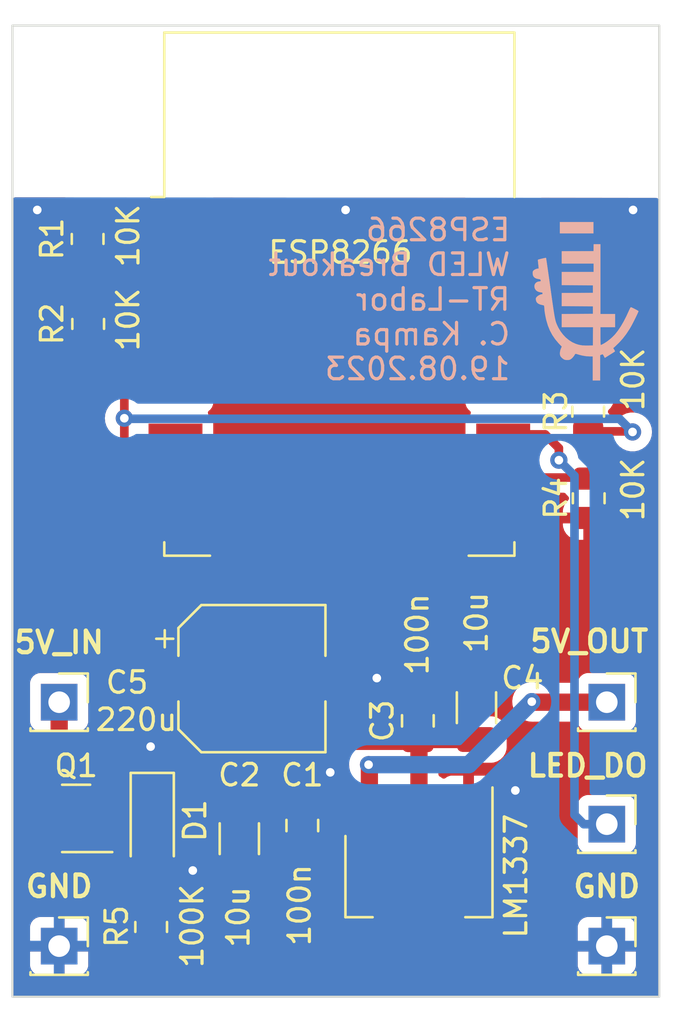
<source format=kicad_pcb>
(kicad_pcb (version 20221018) (generator pcbnew)
  (layers (0 "F.Cu" signal) (31 "B.Cu" signal) (34 "B.Paste" user) (35 "F.Paste" user) (36 "B.SilkS" user "B.Silkscreen") (37 "F.SilkS" user "F.Silkscreen") (38 "B.Mask" user) (39 "F.Mask" user) (44 "Edge.Cuts" user))
  (net 0 "")
  (net 1 "+5V")
  (net 2 "GND")
  (net 3 "Net-(U1-VCC)")
  (net 4 "Net-(D1-A)")
  (net 5 "Net-(J1-Pin_1)")
  (net 6 "Net-(J4-Pin_1)")
  (net 7 "Net-(U1-~{RST})")
  (net 8 "Net-(U1-EN)")
  (net 9 "Net-(U1-GPIO0)")
  (net 10 "Net-(U1-GPIO15)")
  (footprint "Package_TO_SOT_SMD:SOT-223-3_TabPin2" (layer "F.Cu") (at 101.854 92.4052 -90)
    (fp_text reference "LM1337" (at 0 -4.5 90) (layer "F.SilkS"))
    (fp_text value "LT1117-3.3")
    (fp_line (start -4.1 -3.41) (end 1.91 -3.41) (stroke (width 0.12)) (layer "F.SilkS"))
    (fp_line (start -1.85 3.41) (end 1.91 3.41) (stroke (width 0.12)) (layer "F.SilkS"))
    (fp_line (start 1.91 -3.41) (end 1.91 -2.15) (stroke (width 0.12)) (layer "F.SilkS"))
    (fp_line (start 1.91 3.41) (end 1.91 2.15) (stroke (width 0.12)) (layer "F.SilkS"))
    (pad "1" smd rect (at -3.15 -2.3 270) (size 2 1.5) (layers "F.Cu" "F.Paste" "F.Mask") (net 2 "GND"))
    (pad "2" smd rect (at -3.15 0 270) (size 2 1.5) (layers "F.Cu" "F.Paste" "F.Mask") (net 3 "Net-(U1-VCC)"))
    (pad "2" smd rect (at 3.15 0 270) (size 2 3.8) (layers "F.Cu" "F.Paste" "F.Mask") (net 3 "Net-(U1-VCC)"))
    (pad "3" smd rect (at -3.15 2.3 270) (size 2 1.5) (layers "F.Cu" "F.Paste" "F.Mask") (net 1 "+5V"))
  )
  (footprint "Resistor_SMD:R_0805_2012Metric" (layer "F.Cu") (at 109.7026 70.8914 90)
    (fp_text reference "R3" (at 0 -1.4986 90) (layer "F.SilkS"))
    (fp_text value "10k")
    (fp_line (start -0.227064 -0.735) (end 0.227064 -0.735) (stroke (width 0.12)) (layer "F.SilkS"))
    (fp_line (start -0.227064 0.735) (end 0.227064 0.735) (stroke (width 0.12)) (layer "F.SilkS"))
    (pad "1" smd roundrect (at -0.9125 0 90) (size 1.025 1.4) (layers "F.Cu" "F.Paste" "F.Mask") (roundrect_rratio 0.243902) (net 3 "Net-(U1-VCC)"))
    (pad "2" smd roundrect (at 0.9125 0 90) (size 1.025 1.4) (layers "F.Cu" "F.Paste" "F.Mask") (roundrect_rratio 0.243902) (net 9 "Net-(U1-GPIO0)"))
  )
  (footprint "Resistor_SMD:R_0805_2012Metric" (layer "F.Cu") (at 86.487 62.8885 90)
    (fp_text reference "R1" (at 0 -1.65 90) (layer "F.SilkS"))
    (fp_text value "10k")
    (fp_line (start -0.227064 -0.735) (end 0.227064 -0.735) (stroke (width 0.12)) (layer "F.SilkS"))
    (fp_line (start -0.227064 0.735) (end 0.227064 0.735) (stroke (width 0.12)) (layer "F.SilkS"))
    (pad "1" smd roundrect (at -0.9125 0 90) (size 1.025 1.4) (layers "F.Cu" "F.Paste" "F.Mask") (roundrect_rratio 0.243902) (net 3 "Net-(U1-VCC)"))
    (pad "2" smd roundrect (at 0.9125 0 90) (size 1.025 1.4) (layers "F.Cu" "F.Paste" "F.Mask") (roundrect_rratio 0.243902) (net 7 "Net-(U1-~{RST})"))
  )
  (footprint "Capacitor_SMD:C_1206_3216Metric" (layer "F.Cu") (at 104.521 84.6074 90)
    (fp_text reference "C4" (at 1.3716 2.1336 180) (layer "F.SilkS"))
    (fp_text value "10u")
    (fp_line (start -0.711252 -0.91) (end 0.711252 -0.91) (stroke (width 0.12)) (layer "F.SilkS"))
    (fp_line (start -0.711252 0.91) (end 0.711252 0.91) (stroke (width 0.12)) (layer "F.SilkS"))
    (pad "1" smd roundrect (at -1.475 0 90) (size 1.15 1.8) (layers "F.Cu" "F.Paste" "F.Mask") (roundrect_rratio 0.217391) (net 3 "Net-(U1-VCC)"))
    (pad "2" smd roundrect (at 1.475 0 90) (size 1.15 1.8) (layers "F.Cu" "F.Paste" "F.Mask") (roundrect_rratio 0.217391) (net 2 "GND"))
  )
  (footprint "Capacitor_SMD:CP_Elec_6.3x7.7" (layer "F.Cu") (at 94.107 83.2612)
    (fp_text reference "C5" (at -5.7912 0.1778) (layer "F.SilkS"))
    (fp_text value "330u")
    (fp_line (start -4.4375 -1.8475) (end -3.65 -1.8475) (stroke (width 0.12)) (layer "F.SilkS"))
    (fp_line (start -4.04375 -2.24125) (end -4.04375 -1.45375) (stroke (width 0.12)) (layer "F.SilkS"))
    (fp_line (start -3.41 -2.345563) (end -3.41 -1.06) (stroke (width 0.12)) (layer "F.SilkS"))
    (fp_line (start -3.41 -2.345563) (end -2.345563 -3.41) (stroke (width 0.12)) (layer "F.SilkS"))
    (fp_line (start -3.41 2.345563) (end -3.41 1.06) (stroke (width 0.12)) (layer "F.SilkS"))
    (fp_line (start -3.41 2.345563) (end -2.345563 3.41) (stroke (width 0.12)) (layer "F.SilkS"))
    (fp_line (start -2.345563 -3.41) (end 3.41 -3.41) (stroke (width 0.12)) (layer "F.SilkS"))
    (fp_line (start -2.345563 3.41) (end 3.41 3.41) (stroke (width 0.12)) (layer "F.SilkS"))
    (fp_line (start 3.41 -3.41) (end 3.41 -1.06) (stroke (width 0.12)) (layer "F.SilkS"))
    (fp_line (start 3.41 3.41) (end 3.41 1.06) (stroke (width 0.12)) (layer "F.SilkS"))
    (pad "1" smd roundrect (at -2.7 0) (size 3.5 1.6) (layers "F.Cu" "F.Paste" "F.Mask") (roundrect_rratio 0.15625) (net 3 "Net-(U1-VCC)"))
    (pad "2" smd roundrect (at 2.7 0) (size 3.5 1.6) (layers "F.Cu" "F.Paste" "F.Mask") (roundrect_rratio 0.15625) (net 2 "GND"))
  )
  (footprint "Capacitor_SMD:C_1206_3216Metric" (layer "F.Cu") (at 93.5228 90.678 -90)
    (fp_text reference "C2" (at -2.9464 0 -180) (layer "F.SilkS"))
    (fp_text value "10u")
    (fp_line (start -0.711252 -0.91) (end 0.711252 -0.91) (stroke (width 0.12)) (layer "F.SilkS"))
    (fp_line (start -0.711252 0.91) (end 0.711252 0.91) (stroke (width 0.12)) (layer "F.SilkS"))
    (pad "1" smd roundrect (at -1.475 0 270) (size 1.15 1.8) (layers "F.Cu" "F.Paste" "F.Mask") (roundrect_rratio 0.217391) (net 1 "+5V"))
    (pad "2" smd roundrect (at 1.475 0 270) (size 1.15 1.8) (layers "F.Cu" "F.Paste" "F.Mask") (roundrect_rratio 0.217391) (net 2 "GND"))
  )
  (footprint "Connector_PinSocket_2.54mm:PinSocket_1x01_P2.54mm_Vertical" (layer "F.Cu") (at 110.5662 84.3534)
    (fp_text reference "5V_OUT" (at -0.8128 -2.8194) (layer "F.SilkS") (effects (font (thickness 0.2) bold)))
    (fp_text value "5V")
    (fp_line (start -1.33 1.21) (end -1.33 1.33) (stroke (width 0.12)) (layer "F.SilkS"))
    (fp_line (start -1.33 1.33) (end 1.33 1.33) (stroke (width 0.12)) (layer "F.SilkS"))
    (fp_line (start 0 -1.33) (end 1.33 -1.33) (stroke (width 0.12)) (layer "F.SilkS"))
    (fp_line (start 1.33 -1.33) (end 1.33 0) (stroke (width 0.12)) (layer "F.SilkS"))
    (fp_line (start 1.33 1.21) (end 1.33 1.33) (stroke (width 0.12)) (layer "F.SilkS"))
    (pad "1" thru_hole rect (at 0 0) (size 1.7 1.7) (drill 1) (layers "*.Cu" "*.Mask") (net 1 "+5V"))
  )
  (footprint "Connector_PinSocket_2.54mm:PinSocket_1x01_P2.54mm_Vertical" (layer "F.Cu") (at 85.1662 95.6564)
    (fp_text reference "GND" (at 0 -2.77) (layer "F.SilkS") (effects (font (thickness 0.2) bold)))
    (fp_text value "Ground")
    (fp_line (start -1.33 1.21) (end -1.33 1.33) (stroke (width 0.12)) (layer "F.SilkS"))
    (fp_line (start -1.33 1.33) (end 1.33 1.33) (stroke (width 0.12)) (layer "F.SilkS"))
    (fp_line (start 0 -1.33) (end 1.33 -1.33) (stroke (width 0.12)) (layer "F.SilkS"))
    (fp_line (start 1.33 -1.33) (end 1.33 0) (stroke (width 0.12)) (layer "F.SilkS"))
    (fp_line (start 1.33 1.21) (end 1.33 1.33) (stroke (width 0.12)) (layer "F.SilkS"))
    (pad "1" thru_hole rect (at 0 0) (size 1.7 1.7) (drill 1) (layers "*.Cu" "*.Mask") (net 2 "GND"))
  )
  (footprint "RF_Module:ESP-12E" (layer "F.Cu") (at 98.1616 65.4446)
    (fp_text reference "ESP8266" (at 0.0502 -1.9314) (layer "F.SilkS"))
    (fp_text value "ESP-12F")
    (fp_line (start -8.12 -12.12) (end 8.12 -12.12) (stroke (width 0.12)) (layer "F.SilkS"))
    (fp_line (start -8.12 -4.5) (end -8.73 -4.5) (stroke (width 0.12)) (layer "F.SilkS"))
    (fp_line (start -8.12 -4.5) (end -8.12 -12.12) (stroke (width 0.12)) (layer "F.SilkS"))
    (fp_line (start -8.12 12.12) (end -8.12 11.5) (stroke (width 0.12)) (layer "F.SilkS"))
    (fp_line (start -6 12.12) (end -8.12 12.12) (stroke (width 0.12)) (layer "F.SilkS"))
    (fp_line (start 8.12 -12.12) (end 8.12 -4.5) (stroke (width 0.12)) (layer "F.SilkS"))
    (fp_line (start 8.12 11.5) (end 8.12 12.12) (stroke (width 0.12)) (layer "F.SilkS"))
    (fp_line (start 8.12 12.12) (end 6 12.12) (stroke (width 0.12)) (layer "F.SilkS"))
    (pad "1" smd rect (at -7.6 -3.5) (size 2.5 1) (layers "F.Cu" "F.Paste" "F.Mask") (net 7 "Net-(U1-~{RST})"))
    (pad "2" smd rect (at -7.6 -1.5) (size 2.5 1) (layers "F.Cu" "F.Paste" "F.Mask"))
    (pad "3" smd rect (at -7.6 0.5) (size 2.5 1) (layers "F.Cu" "F.Paste" "F.Mask") (net 8 "Net-(U1-EN)"))
    (pad "4" smd rect (at -7.6 2.5) (size 2.5 1) (layers "F.Cu" "F.Paste" "F.Mask"))
    (pad "5" smd rect (at -7.6 4.5) (size 2.5 1) (layers "F.Cu" "F.Paste" "F.Mask"))
    (pad "6" smd rect (at -7.6 6.5) (size 2.5 1) (layers "F.Cu" "F.Paste" "F.Mask"))
    (pad "7" smd rect (at -7.6 8.5) (size 2.5 1) (layers "F.Cu" "F.Paste" "F.Mask"))
    (pad "8" smd rect (at -7.6 10.5) (size 2.5 1) (layers "F.Cu" "F.Paste" "F.Mask") (net 3 "Net-(U1-VCC)"))
    (pad "9" smd rect (at -5 12) (size 1 1.8) (layers "F.Cu" "F.Paste" "F.Mask"))
    (pad "10" smd rect (at -3 12) (size 1 1.8) (layers "F.Cu" "F.Paste" "F.Mask"))
    (pad "11" smd rect (at -1 12) (size 1 1.8) (layers "F.Cu" "F.Paste" "F.Mask"))
    (pad "12" smd rect (at 1 12) (size 1 1.8) (layers "F.Cu" "F.Paste" "F.Mask"))
    (pad "13" smd rect (at 3 12) (size 1 1.8) (layers "F.Cu" "F.Paste" "F.Mask"))
    (pad "14" smd rect (at 5 12) (size 1 1.8) (layers "F.Cu" "F.Paste" "F.Mask"))
    (pad "15" smd rect (at 7.6 10.5) (size 2.5 1) (layers "F.Cu" "F.Paste" "F.Mask") (net 2 "GND"))
    (pad "16" smd rect (at 7.6 8.5) (size 2.5 1) (layers "F.Cu" "F.Paste" "F.Mask") (net 10 "Net-(U1-GPIO15)"))
    (pad "17" smd rect (at 7.6 6.5) (size 2.5 1) (layers "F.Cu" "F.Paste" "F.Mask") (net 6 "Net-(J4-Pin_1)"))
    (pad "18" smd rect (at 7.6 4.5) (size 2.5 1) (layers "F.Cu" "F.Paste" "F.Mask") (net 9 "Net-(U1-GPIO0)"))
    (pad "19" smd rect (at 7.6 2.5) (size 2.5 1) (layers "F.Cu" "F.Paste" "F.Mask"))
    (pad "20" smd rect (at 7.6 0.5) (size 2.5 1) (layers "F.Cu" "F.Paste" "F.Mask"))
    (pad "21" smd rect (at 7.6 -1.5) (size 2.5 1) (layers "F.Cu" "F.Paste" "F.Mask"))
    (pad "22" smd rect (at 7.6 -3.5) (size 2.5 1) (layers "F.Cu" "F.Paste" "F.Mask"))
    (zone (net 0) (net_name "") (layers "*.Cu") (connect_pads (clearance 0)) (min_thickness 0.254)
      (keepout (tracks not_allowed) (vias not_allowed) (pads not_allowed) (copperpour not_allowed) (footprints not_allowed))
      (fill (thermal_gap 0.508) (thermal_bridge_width 0.508))
      (polygon (pts (xy 90.0416 60.6446) (xy 106.2816 60.6446) (xy 106.2816 53.3246) (xy 90.0416 53.3246)))
    )
  )
  (footprint "Connector_PinSocket_2.54mm:PinSocket_1x01_P2.54mm_Vertical" (layer "F.Cu") (at 110.5662 95.6564)
    (fp_text reference "GND" (at 0 -2.77) (layer "F.SilkS") (effects (font (thickness 0.2) bold)))
    (fp_text value "Ground")
    (fp_line (start -1.33 1.21) (end -1.33 1.33) (stroke (width 0.12)) (layer "F.SilkS"))
    (fp_line (start -1.33 1.33) (end 1.33 1.33) (stroke (width 0.12)) (layer "F.SilkS"))
    (fp_line (start 0 -1.33) (end 1.33 -1.33) (stroke (width 0.12)) (layer "F.SilkS"))
    (fp_line (start 1.33 -1.33) (end 1.33 0) (stroke (width 0.12)) (layer "F.SilkS"))
    (fp_line (start 1.33 1.21) (end 1.33 1.33) (stroke (width 0.12)) (layer "F.SilkS"))
    (pad "1" thru_hole rect (at 0 0) (size 1.7 1.7) (drill 1) (layers "*.Cu" "*.Mask") (net 2 "GND"))
  )
  (footprint "Resistor_SMD:R_0805_2012Metric" (layer "F.Cu") (at 89.4334 94.7674 -90)
    (fp_text reference "R5" (at -0.0254 1.6002 90) (layer "F.SilkS"))
    (fp_text value "100k")
    (fp_line (start -0.227064 -0.735) (end 0.227064 -0.735) (stroke (width 0.12)) (layer "F.SilkS"))
    (fp_line (start -0.227064 0.735) (end 0.227064 0.735) (stroke (width 0.12)) (layer "F.SilkS"))
    (pad "1" smd roundrect (at -0.9125 0 270) (size 1.025 1.4) (layers "F.Cu" "F.Paste" "F.Mask") (roundrect_rratio 0.243902) (net 4 "Net-(D1-A)"))
    (pad "2" smd roundrect (at 0.9125 0 270) (size 1.025 1.4) (layers "F.Cu" "F.Paste" "F.Mask") (roundrect_rratio 0.243902) (net 2 "GND"))
  )
  (footprint "Connector_PinSocket_2.54mm:PinSocket_1x01_P2.54mm_Vertical" (layer "F.Cu") (at 110.5662 90.0049)
    (fp_text reference "LED_DO" (at -0.889 -2.7051) (layer "F.SilkS") (effects (font (thickness 0.2) bold)))
    (fp_text value "LED_DATA")
    (fp_line (start -1.33 1.21) (end -1.33 1.33) (stroke (width 0.12)) (layer "F.SilkS"))
    (fp_line (start -1.33 1.33) (end 1.33 1.33) (stroke (width 0.12)) (layer "F.SilkS"))
    (fp_line (start 0 -1.33) (end 1.33 -1.33) (stroke (width 0.12)) (layer "F.SilkS"))
    (fp_line (start 1.33 -1.33) (end 1.33 0) (stroke (width 0.12)) (layer "F.SilkS"))
    (fp_line (start 1.33 1.21) (end 1.33 1.33) (stroke (width 0.12)) (layer "F.SilkS"))
    (pad "1" thru_hole rect (at 0 0) (size 1.7 1.7) (drill 1) (layers "*.Cu" "*.Mask") (net 6 "Net-(J4-Pin_1)"))
  )
  (footprint "Resistor_SMD:R_0805_2012Metric" (layer "F.Cu") (at 86.5124 66.8255 90)
    (fp_text reference "R2" (at 0 -1.6754 90) (layer "F.SilkS"))
    (fp_text value "10k")
    (fp_line (start -0.227064 -0.735) (end 0.227064 -0.735) (stroke (width 0.12)) (layer "F.SilkS"))
    (fp_line (start -0.227064 0.735) (end 0.227064 0.735) (stroke (width 0.12)) (layer "F.SilkS"))
    (pad "1" smd roundrect (at -0.9125 0 90) (size 1.025 1.4) (layers "F.Cu" "F.Paste" "F.Mask") (roundrect_rratio 0.243902) (net 3 "Net-(U1-VCC)"))
    (pad "2" smd roundrect (at 0.9125 0 90) (size 1.025 1.4) (layers "F.Cu" "F.Paste" "F.Mask") (roundrect_rratio 0.243902) (net 8 "Net-(U1-EN)"))
  )
  (footprint "Capacitor_SMD:C_0805_2012Metric" (layer "F.Cu") (at 101.8032 85.217 90)
    (fp_text reference "C3" (at 0 -1.651 90) (layer "F.SilkS"))
    (fp_text value "100nF")
    (fp_line (start -0.261252 -0.735) (end 0.261252 -0.735) (stroke (width 0.12)) (layer "F.SilkS"))
    (fp_line (start -0.261252 0.735) (end 0.261252 0.735) (stroke (width 0.12)) (layer "F.SilkS"))
    (pad "1" smd roundrect (at -0.95 0 90) (size 1 1.45) (layers "F.Cu" "F.Paste" "F.Mask") (net 3 "Net-(U1-VCC)"))
    (pad "2" smd roundrect (at 0.95 0 90) (size 1 1.45) (layers "F.Cu" "F.Paste" "F.Mask") (net 2 "GND"))
  )
  (footprint "Package_TO_SOT_SMD:SOT-23" (layer "F.Cu") (at 85.9536 89.7382 180)
    (fp_text reference "Q1" (at 0 2.4384) (layer "F.SilkS"))
    (fp_text value "FDN340P")
    (fp_line (start 0 -1.56) (end -1.675 -1.56) (stroke (width 0.12)) (layer "F.SilkS"))
    (fp_line (start 0 -1.56) (end 0.65 -1.56) (stroke (width 0.12)) (layer "F.SilkS"))
    (fp_line (start 0 1.56) (end -0.65 1.56) (stroke (width 0.12)) (layer "F.SilkS"))
    (fp_line (start 0 1.56) (end 0.65 1.56) (stroke (width 0.12)) (layer "F.SilkS"))
    (pad "1" smd roundrect (at -0.9375 -0.95 180) (size 1.475 0.6) (layers "F.Cu" "F.Paste" "F.Mask") (net 4 "Net-(D1-A)"))
    (pad "2" smd roundrect (at -0.9375 0.95 180) (size 1.475 0.6) (layers "F.Cu" "F.Paste" "F.Mask") (net 1 "+5V"))
    (pad "3" smd roundrect (at 0.9375 0 180) (size 1.475 0.6) (layers "F.Cu" "F.Paste" "F.Mask") (net 5 "Net-(J1-Pin_1)"))
  )
  (footprint "Diode_SMD:D_SOD-123F" (layer "F.Cu") (at 89.4842 89.8398 -90)
    (fp_text reference "D1" (at 0 -1.9812 90) (layer "F.SilkS"))
    (fp_text value "BZT52C6V8")
    (fp_line (start -2.21 -1) (end -2.21 1) (stroke (width 0.12)) (layer "F.SilkS"))
    (fp_line (start -2.21 -1) (end 1.65 -1) (stroke (width 0.12)) (layer "F.SilkS"))
    (fp_line (start -2.21 1) (end 1.65 1) (stroke (width 0.12)) (layer "F.SilkS"))
    (pad "1" smd roundrect (at -1.4 0 270) (size 1.1 1.1) (layers "F.Cu" "F.Paste" "F.Mask") (roundrect_rratio 0.2272727273) (net 1 "+5V"))
    (pad "2" smd roundrect (at 1.4 0 270) (size 1.1 1.1) (layers "F.Cu" "F.Paste" "F.Mask") (roundrect_rratio 0.2272727273) (net 4 "Net-(D1-A)"))
  )
  (footprint "Resistor_SMD:R_0805_2012Metric" (layer "F.Cu") (at 109.728 74.9046 -90)
    (fp_text reference "R4" (at 0 1.524 90) (layer "F.SilkS"))
    (fp_text value "10k")
    (fp_line (start -0.227064 -0.735) (end 0.227064 -0.735) (stroke (width 0.12)) (layer "F.SilkS"))
    (fp_line (start -0.227064 0.735) (end 0.227064 0.735) (stroke (width 0.12)) (layer "F.SilkS"))
    (pad "1" smd roundrect (at -0.9125 0 270) (size 1.025 1.4) (layers "F.Cu" "F.Paste" "F.Mask") (roundrect_rratio 0.243902) (net 10 "Net-(U1-GPIO15)"))
    (pad "2" smd roundrect (at 0.9125 0 270) (size 1.025 1.4) (layers "F.Cu" "F.Paste" "F.Mask") (roundrect_rratio 0.243902) (net 2 "GND"))
  )
  (footprint "Connector_PinSocket_2.54mm:PinSocket_1x01_P2.54mm_Vertical" (layer "F.Cu") (at 85.1662 84.3534)
    (fp_text reference "5V_IN" (at 0 -2.77) (layer "F.SilkS") (effects (font (thickness 0.2) bold)))
    (fp_text value "5V_In")
    (fp_line (start -1.33 1.21) (end -1.33 1.33) (stroke (width 0.12)) (layer "F.SilkS"))
    (fp_line (start -1.33 1.33) (end 1.33 1.33) (stroke (width 0.12)) (layer "F.SilkS"))
    (fp_line (start 0 -1.33) (end 1.33 -1.33) (stroke (width 0.12)) (layer "F.SilkS"))
    (fp_line (start 1.33 -1.33) (end 1.33 0) (stroke (width 0.12)) (layer "F.SilkS"))
    (fp_line (start 1.33 1.21) (end 1.33 1.33) (stroke (width 0.12)) (layer "F.SilkS"))
    (pad "1" thru_hole rect (at 0 0) (size 1.7 1.7) (drill 1) (layers "*.Cu" "*.Mask") (net 5 "Net-(J1-Pin_1)"))
  )
  (footprint "Capacitor_SMD:C_0805_2012Metric" (layer "F.Cu") (at 96.4438 90.0684 -90)
    (fp_text reference "C1" (at -2.3368 0 -180) (layer "F.SilkS"))
    (fp_text value "100nF")
    (fp_line (start -0.261252 -0.735) (end 0.261252 -0.735) (stroke (width 0.12)) (layer "F.SilkS"))
    (fp_line (start -0.261252 0.735) (end 0.261252 0.735) (stroke (width 0.12)) (layer "F.SilkS"))
    (pad "1" smd roundrect (at -0.95 0 270) (size 1 1.45) (layers "F.Cu" "F.Paste" "F.Mask") (net 1 "+5V"))
    (pad "2" smd roundrect (at 0.95 0 270) (size 1 1.45) (layers "F.Cu" "F.Paste" "F.Mask") (net 2 "GND"))
  )
  (footprint "Logo:FH-LogoSilk" (layer "B.Cu") (at 109.5502 65.7606 180)
    (fp_text reference "G***" hide)
    (fp_text value "LOGO" hide)
    (fp_poly (pts (xy 1.157111 3.132667) (xy -0.395111 3.132667) (xy -0.395111 3.654778) (xy 1.157111 3.654778) (xy 1.157111 3.132667)) (stroke (width 0.01)) (fill solid) (layer "B.SilkS"))
    (fp_poly (pts (xy -0.406157 2.465917) (xy -0.402167 2.307167) (xy 0.335139 2.303514) (xy 1.072445 2.29986) (xy 1.072445 1.735667) (xy -0.409222 1.735667) (xy -0.409222 1.340556) (xy 1.072445 1.340556) (xy 1.072445 0.734035) (xy 0.34925 0.730379) (xy -0.373944 0.726723) (xy -0.373944 0.373945) (xy 0.34925 0.370289) (xy 1.072445 0.366633) (xy 1.072445 -0.239632) (xy 0.34925 -0.243288) (xy -0.373944 -0.246944) (xy -0.373944 -0.599722) (xy 0.34925 -0.603378) (xy 1.072445 -0.607034) (xy 1.072445 -1.213555) (xy -0.381414 -1.213555) (xy -0.373944 -2.067277) (xy -0.149119 -2.071176) (xy -0.011425 -2.070856) (xy 0.106358 -2.063943) (xy 0.212005 -2.049323) (xy 0.31329 -2.025884) (xy 0.417986 -1.992514) (xy 0.4296 -1.98835) (xy 0.587547 -1.916958) (xy 0.739857 -1.820318) (xy 0.883623 -1.701272) (xy 1.015938 -1.562662) (xy 1.133894 -1.407331) (xy 1.234584 -1.23812) (xy 1.269195 -1.167575) (xy 1.288534 -1.125412) (xy 1.305988 -1.086037) (xy 1.321902 -1.047613) (xy 1.336622 -1.008307) (xy 1.350494 -0.966285) (xy 1.363864 -0.919712) (xy 1.377076 -0.866754) (xy 1.390478 -0.805576) (xy 1.404413 -0.734344) (xy 1.419229 -0.651224) (xy 1.43527 -0.554381) (xy 1.452882 -0.44198) (xy 1.472411 -0.312188) (xy 1.494203 -0.16317) (xy 1.518603 0.006908) (xy 1.545957 0.199882) (xy 1.576609 0.417584) (xy 1.602187 0.599723) (xy 1.629525 0.793978) (xy 1.655884 0.980312) (xy 1.68099 1.156826) (xy 1.704566 1.32162) (xy 1.726335 1.472796) (xy 1.746022 1.608454) (xy 1.76335 1.726696) (xy 1.778042 1.825623) (xy 1.789823 1.903335) (xy 1.798417 1.957934) (xy 1.803546 1.987521) (xy 1.804789 1.992442) (xy 1.820389 1.992523) (xy 1.856986 1.986758) (xy 1.908315 1.9766) (xy 1.968112 1.963503) (xy 2.030112 1.948922) (xy 2.088049 1.934311) (xy 2.135661 1.921123) (xy 2.166682 1.910813) (xy 2.174778 1.906562) (xy 2.17633 1.890162) (xy 2.174566 1.851108) (xy 2.169877 1.794723) (xy 2.162651 1.726333) (xy 2.159948 1.70346) (xy 2.151874 1.632625) (xy 2.145959 1.572355) (xy 2.142646 1.527906) (xy 2.142377 1.504534) (xy 2.142994 1.502376) (xy 2.16082 1.497052) (xy 2.180005 1.495778) (xy 2.235512 1.486705) (xy 2.297767 1.463271) (xy 2.353649 1.431161) (xy 2.379217 1.409515) (xy 2.402417 1.381803) (xy 2.414692 1.353814) (xy 2.419342 1.314997) (xy 2.419838 1.279588) (xy 2.408551 1.193223) (xy 2.375056 1.124085) (xy 2.319191 1.072012) (xy 2.240795 1.036839) (xy 2.165377 1.021221) (xy 2.105685 1.010879) (xy 2.06923 0.996798) (xy 2.051032 0.975796) (xy 2.046111 0.944948) (xy 2.049111 0.916405) (xy 2.0639 0.905027) (xy 2.093394 0.903112) (xy 2.176931 0.891372) (xy 2.246004 0.858728) (xy 2.298024 0.809039) (xy 2.330402 0.746167) (xy 2.340549 0.673972) (xy 2.325876 0.596315) (xy 2.315774 0.5715) (xy 2.271678 0.502263) (xy 2.210581 0.451532) (xy 2.129836 0.417666) (xy 2.040097 0.40047) (xy 1.995358 0.394257) (xy 1.971893 0.386293) (xy 1.962868 0.372269) (xy 1.961445 0.350835) (xy 1.967201 0.320385) (xy 1.98005 0.310445) (xy 2.038117 0.300853) (xy 2.104449 0.275349) (xy 2.168257 0.238841) (xy 2.208857 0.206345) (xy 2.244346 0.17015) (xy 2.263286 0.141851) (xy 2.270757 0.111214) (xy 2.271889 0.07933) (xy 2.260103 -0.001369) (xy 2.224508 -0.068069) (xy 2.164746 -0.121102) (xy 2.08046 -0.160798) (xy 1.986077 -0.184894) (xy 1.936245 -0.195026) (xy 1.907489 -0.204996) (xy 1.892974 -0.218799) (xy 1.885861 -0.240429) (xy 1.885158 -0.243847) (xy 1.879474 -0.28712) (xy 1.876806 -0.336666) (xy 1.876778 -0.341391) (xy 1.873403 -0.402223) (xy 1.863997 -0.483837) (xy 1.849634 -0.579705) (xy 1.831392 -0.683297) (xy 1.810345 -0.788083) (xy 1.787571 -0.887534) (xy 1.785202 -0.897088) (xy 1.711958 -1.14335) (xy 1.619504 -1.370543) (xy 1.506158 -1.581716) (xy 1.370238 -1.779916) (xy 1.210065 -1.968194) (xy 1.173513 -2.006425) (xy 1.067801 -2.114906) (xy 1.108261 -2.203981) (xy 1.136795 -2.285825) (xy 1.153032 -2.3737) (xy 1.155921 -2.45787) (xy 1.144411 -2.528604) (xy 1.143577 -2.531195) (xy 1.118341 -2.576753) (xy 1.07519 -2.626133) (xy 1.022154 -2.67205) (xy 0.967262 -2.707218) (xy 0.934661 -2.72078) (xy 0.856595 -2.735338) (xy 0.776521 -2.735322) (xy 0.70541 -2.721174) (xy 0.679665 -2.710522) (xy 0.625189 -2.673252) (xy 0.567299 -2.618037) (xy 0.513628 -2.552903) (xy 0.479364 -2.499947) (xy 0.465043 -2.474085) (xy 0.452828 -2.457118) (xy 0.43761 -2.448819) (xy 0.414277 -2.448959) (xy 0.377721 -2.457311) (xy 0.322831 -2.473646) (xy 0.268111 -2.490522) (xy 0.121282 -2.527691) (xy -0.036492 -2.553929) (xy -0.190783 -2.567048) (xy -0.243417 -2.568139) (xy -0.366889 -2.568222) (xy -0.366889 -3.683) (xy -0.705555 -3.683) (xy -0.705555 -2.510337) (xy -0.754491 -2.489891) (xy -0.791594 -2.476349) (xy -0.819259 -2.469611) (xy -0.822033 -2.469444) (xy -0.837456 -2.48116) (xy -0.859625 -2.511796) (xy -0.882459 -2.5523) (xy -0.924278 -2.635157) (xy -1.152687 -2.492328) (xy -1.224524 -2.447209) (xy -1.288131 -2.406883) (xy -1.339618 -2.373848) (xy -1.375098 -2.350597) (xy -1.390682 -2.339628) (xy -1.390863 -2.339453) (xy -1.389068 -2.323252) (xy -1.374498 -2.291383) (xy -1.355134 -2.258506) (xy -1.309638 -2.187606) (xy -1.392125 -2.113801) (xy -1.584389 -1.929619) (xy -1.757724 -1.737) (xy -1.916686 -1.530271) (xy -2.065827 -1.303759) (xy -2.131798 -1.192388) (xy -2.163273 -1.135731) (xy -2.200664 -1.065479) (xy -2.24203 -0.985588) (xy -2.285431 -0.900013) (xy -2.328925 -0.812711) (xy -2.370573 -0.727636) (xy -2.408433 -0.648745) (xy -2.440566 -0.579992) (xy -2.46503 -0.525335) (xy -2.479886 -0.488727) (xy -2.483556 -0.475369) (xy -2.471686 -0.464074) (xy -2.439795 -0.443788) (xy -2.393456 -0.417407) (xy -2.338244 -0.387828) (xy -2.279733 -0.357947) (xy -2.223497 -0.33066) (xy -2.175112 -0.308865) (xy -2.14015 -0.295457) (xy -2.133906 -0.293692) (xy -2.12039 -0.304302) (xy -2.098834 -0.338682) (xy -2.070815 -0.394066) (xy -2.047917 -0.4445) (xy -1.922508 -0.716757) (xy -1.796758 -0.961242) (xy -1.670401 -1.178402) (xy -1.543168 -1.368687) (xy -1.414791 -1.532547) (xy -1.366896 -1.586623) (xy -1.267918 -1.685902) (xy -1.155773 -1.783973) (xy -1.038823 -1.874127) (xy -0.925432 -1.949653) (xy -0.885405 -1.972907) (xy -0.829604 -2.002992) (xy -0.782085 -2.027081) (xy -0.748728 -2.042281) (xy -0.736465 -2.046111) (xy -0.731342 -2.038742) (xy -0.727271 -2.015217) (xy -0.724166 -1.973406) (xy -0.721943 -1.911179) (xy -0.720515 -1.826405) (xy -0.719795 -1.716956) (xy -0.719667 -1.629833) (xy -0.719667 -1.213555) (xy -1.397 -1.213555) (xy -1.397 -0.606777) (xy -0.719667 -0.606777) (xy -0.719667 2.624667) (xy -0.410146 2.624667) (xy -0.406157 2.465917)) (stroke (width 0.01)) (fill solid) (layer "B.SilkS"))
  )
  (gr_rect (start 83 53) (end 113 98) (stroke (width 0.1)) (fill none) (layer "Edge.Cuts"))
  (gr_text "ESP8266 \nWLED Breakout\nRT-Labor\nC. Kampa\n19.08.2023	" (at 106.172 69.4944) (layer "B.SilkS") (effects (font (size 1 1)) (justify left bottom mirror)))
  (gr_text "10u" (at 94.0562 95.8088 90) (layer "F.SilkS") (effects (font (size 1 1)) (justify left bottom)))
  (gr_text "10K" (at 112.3696 70.9422 90) (layer "F.SilkS") (effects (font (size 1 1)) (justify left bottom)))
  (gr_text "220u" (at 86.7664 85.7504) (layer "F.SilkS") (effects (font (size 1 1)) (justify left bottom)))
  (gr_text "10K" (at 112.3696 76.0476 90) (layer "F.SilkS") (effects (font (size 1 1)) (justify left bottom)))
  (gr_text "10u" (at 105.1052 82.169 90) (layer "F.SilkS") (effects (font (size 1 1)) (justify left bottom)))
  (gr_text "10K" (at 88.9508 64.2874 90) (layer "F.SilkS") (effects (font (size 1 1)) (justify left bottom)))
  (gr_text "100n" (at 96.901 95.7326 90) (layer "F.SilkS") (effects (font (size 1 1)) (justify left bottom)))
  (gr_text "10K" (at 88.9508 68.1736 90) (layer "F.SilkS") (effects (font (size 1 1)) (justify left bottom)))
  (gr_text "100K" (at 91.9226 96.7486 90) (layer "F.SilkS") (effects (font (size 1 1)) (justify left bottom)))
  (gr_text "100n" (at 102.362 83.185 90) (layer "F.SilkS") (effects (font (size 1 1)) (justify left bottom)))
  (segment (start 99.554 87.2858) (end 99.5172 87.249) (width 0.8) (layer "F.Cu") (net 1))
  (segment (start 91.5906 89.203) (end 93.5228 89.203) (width 0.8) (layer "F.Cu") (net 1))
  (segment (start 89.4842 88.4398) (end 90.8274 88.4398) (width 0.8) (layer "F.Cu") (net 1))
  (segment (start 99.554 89.2552) (end 99.554 87.2858) (width 0.8) (layer "F.Cu") (net 1))
  (segment (start 87.7164 88.8136) (end 88.0902 88.4398) (width 0.8) (layer "F.Cu") (net 1))
  (segment (start 107.0864 84.328) (end 107.1118 84.3534) (width 0.8) (layer "F.Cu") (net 1))
  (segment (start 90.8274 88.4398) (end 91.5906 89.203) (width 0.8) (layer "F.Cu") (net 1))
  (segment (start 99.5018 89.203) (end 99.554 89.2552) (width 0.8) (layer "F.Cu") (net 1))
  (segment (start 107.1118 84.3534) (end 110.5662 84.3534) (width 0.8) (layer "F.Cu") (net 1))
  (segment (start 88.0902 88.4398) (end 89.4842 88.4398) (width 0.8) (layer "F.Cu") (net 1))
  (segment (start 93.5228 89.203) (end 99.5018 89.203) (width 0.8) (layer "F.Cu") (net 1))
  (via (at 99.5172 87.249) (size 0.8) (drill 0.4) (layers "F.Cu" "B.Cu") (net 1))
  (via (at 107.0864 84.328) (size 0.8) (drill 0.4) (layers "F.Cu" "B.Cu") (net 1))
  (segment (start 107.0864 84.328) (end 104.1654 87.249) (width 0.8) (layer "B.Cu") (net 1))
  (segment (start 104.1654 87.249) (end 99.5172 87.249) (width 0.8) (layer "B.Cu") (net 1))
  (via (at 99.8982 83.2358) (size 0.8) (drill 0.4) (layers "F.Cu" "B.Cu") (net 2))
  (via (at 91.3638 92.1512) (size 0.8) (drill 0.4) (layers "F.Cu" "B.Cu") (net 2))
  (via (at 89.408 86.4108) (size 0.8) (drill 0.4) (layers "F.Cu" "B.Cu") (net 2))
  (via (at 106.3244 88.4428) (size 0.8) (drill 0.4) (layers "F.Cu" "B.Cu") (net 2))
  (via (at 84.1502 61.5442) (size 0.8) (drill 0.4) (layers "F.Cu" "B.Cu") (net 2))
  (via (at 111.7854 61.5442) (size 0.8) (drill 0.4) (layers "F.Cu" "B.Cu") (net 2))
  (via (at 98.4504 61.5442) (size 0.8) (drill 0.4) (layers "F.Cu" "B.Cu") (net 2))
  (via (at 97.7392 87.6046) (size 0.8) (drill 0.4) (layers "F.Cu" "B.Cu") (net 2))
  (segment (start 91.407 81.3486) (end 91.407 84.9554) (width 0.8) (layer "F.Cu") (net 3))
  (segment (start 90.5616 75.9446) (end 88.5176 75.9446) (width 0.4) (layer "F.Cu") (net 3))
  (segment (start 101.854 89.2552) (end 101.854 86.2178) (width 0.8) (layer "F.Cu") (net 3))
  (segment (start 88.5176 75.9446) (end 88.1888 75.6158) (width 0.4) (layer "F.Cu") (net 3))
  (segment (start 111.7327 71.8039) (end 111.76 71.8312) (width 0.4) (layer "F.Cu") (net 3))
  (segment (start 92.6186 86.167) (end 91.407 84.9554) (width 0.8) (layer "F.Cu") (net 3))
  (segment (start 101.8878 86.0824) (end 101.8032 86.167) (width 0.8) (layer "F.Cu") (net 3))
  (segment (start 84.6544 67.738) (end 84.582 67.6656) (width 0.4) (layer "F.Cu") (net 3))
  (segment (start 88.1888 75.6158) (end 88.1888 68.3006) (width 0.4) (layer "F.Cu") (net 3))
  (segment (start 86.5124 67.738) (end 84.6544 67.738) (width 0.4) (layer "F.Cu") (net 3))
  (segment (start 88.1888 68.3006) (end 87.6262 67.738) (width 0.4) (layer "F.Cu") (net 3))
  (segment (start 109.7026 71.8039) (end 111.7327 71.8039) (width 0.4) (layer "F.Cu") (net 3))
  (segment (start 84.582 64.2874) (end 84.582 67.6656) (width 0.4) (layer "F.Cu") (net 3))
  (segment (start 90.5616 75.9446) (end 90.5616 80.5032) (width 0.8) (layer "F.Cu") (net 3))
  (segment (start 85.0684 63.801) (end 84.582 64.2874) (width 0.4) (layer "F.Cu") (net 3))
  (segment (start 86.487 63.801) (end 85.0684 63.801) (width 0.4) (layer "F.Cu") (net 3))
  (segment (start 101.854 95.5552) (end 101.854 89.2552) (width 0.8) (layer "F.Cu") (net 3))
  (segment (start 101.8032 86.167) (end 92.6186 86.167) (width 0.8) (layer "F.Cu") (net 3))
  (segment (start 104.521 86.0824) (end 101.8878 86.0824) (width 0.8) (layer "F.Cu") (net 3))
  (segment (start 90.5616 80.5032) (end 91.407 81.3486) (width 0.8) (layer "F.Cu") (net 3))
  (segment (start 87.6262 67.738) (end 86.5124 67.738) (width 0.4) (layer "F.Cu") (net 3))
  (segment (start 101.854 86.2178) (end 101.8032 86.167) (width 0.8) (layer "F.Cu") (net 3))
  (via (at 111.76 71.8312) (size 0.8) (drill 0.4) (layers "F.Cu" "B.Cu") (net 3))
  (via (at 88.1888 71.1962) (size 0.8) (drill 0.4) (layers "F.Cu" "B.Cu") (net 3))
  (segment (start 88.1888 71.1962) (end 88.2142 71.2216) (width 0.4) (layer "B.Cu") (net 3))
  (segment (start 88.2142 71.2216) (end 111.1504 71.2216) (width 0.4) (layer "B.Cu") (net 3))
  (segment (start 111.1504 71.2216) (end 111.76 71.8312) (width 0.4) (layer "B.Cu") (net 3))
  (segment (start 88.6206 91.2622) (end 89.4618 91.2622) (width 0.4) (layer "F.Cu") (net 4))
  (segment (start 86.8911 90.6882) (end 88.0466 90.6882) (width 0.4) (layer "F.Cu") (net 4))
  (segment (start 88.0466 90.6882) (end 88.6206 91.2622) (width 0.4) (layer "F.Cu") (net 4))
  (segment (start 89.4334 93.8549) (end 89.4334 91.2906) (width 0.4) (layer "F.Cu") (net 4))
  (segment (start 89.4618 91.2622) (end 89.4842 91.2398) (width 0.4) (layer "F.Cu") (net 4))
  (segment (start 89.4334 91.2906) (end 89.4842 91.2398) (width 0.4) (layer "F.Cu") (net 4))
  (segment (start 85.1662 89.5881) (end 85.1662 84.3534) (width 0.8) (layer "F.Cu") (net 5))
  (segment (start 107.7078 71.9446) (end 105.7616 71.9446) (width 0.4) (layer "F.Cu") (net 6))
  (segment (start 108.3437 73.1393) (end 108.3437 72.5805) (width 0.4) (layer "F.Cu") (net 6))
  (segment (start 108.3437 72.5805) (end 107.7078 71.9446) (width 0.4) (layer "F.Cu") (net 6))
  (via (at 108.3437 73.1393) (size 0.8) (drill 0.4) (layers "F.Cu" "B.Cu") (net 6))
  (segment (start 109.4994 90.0049) (end 110.5662 90.0049) (width 0.4) (layer "B.Cu") (net 6))
  (segment (start 108.3437 73.1393) (end 109.0676 73.8632) (width 0.4) (layer "B.Cu") (net 6))
  (segment (start 109.0676 89.5731) (end 109.4994 90.0049) (width 0.4) (layer "B.Cu") (net 6))
  (segment (start 109.0676 73.8632) (end 109.0676 89.5731) (width 0.4) (layer "B.Cu") (net 6))
  (segment (start 90.5616 61.9446) (end 86.5184 61.9446) (width 0.4) (layer "F.Cu") (net 7))
  (segment (start 86.5184 61.9446) (end 86.487 61.976) (width 0.4) (layer "F.Cu") (net 7))
  (segment (start 86.544 65.9446) (end 86.5124 65.913) (width 0.4) (layer "F.Cu") (net 8))
  (segment (start 90.5616 65.9446) (end 86.544 65.9446) (width 0.4) (layer "F.Cu") (net 8))
  (segment (start 109.6683 69.9446) (end 109.7026 69.9789) (width 0.4) (layer "F.Cu") (net 9))
  (segment (start 105.7616 69.9446) (end 109.6683 69.9446) (width 0.4) (layer "F.Cu") (net 9))
  (segment (start 105.7616 73.9446) (end 109.6805 73.9446) (width 0.4) (layer "F.Cu") (net 10))
  (segment (start 109.6805 73.9446) (end 109.728 73.9921) (width 0.4) (layer "F.Cu") (net 10))
  (zone (net 2) (net_name "GND") (layers "F&B.Cu") (connect_pads (clearance 0.5)) (min_thickness 0.25) (fill yes (thermal_gap 0.5) (thermal_bridge_width 0.5))
    (polygon (pts (xy 83.0072 60.96) (xy 112.9792 60.9854) (xy 113.0046 97.9932) (xy 82.9818 97.9932)))
  )
  (zone (net 0) (net_name "") (layers "F.Cu" "Edge.Cuts") (connect_pads (clearance 0)) (min_thickness 0.25)
    (keepout (tracks not_allowed) (vias not_allowed) (pads not_allowed) (copperpour not_allowed) (footprints allowed))
    (fill (thermal_gap 0.5) (thermal_bridge_width 0.5))
    (polygon (pts (xy 83 53) (xy 113 53) (xy 112.9792 60.9854) (xy 83.0072 60.96)))
  )
)
</source>
